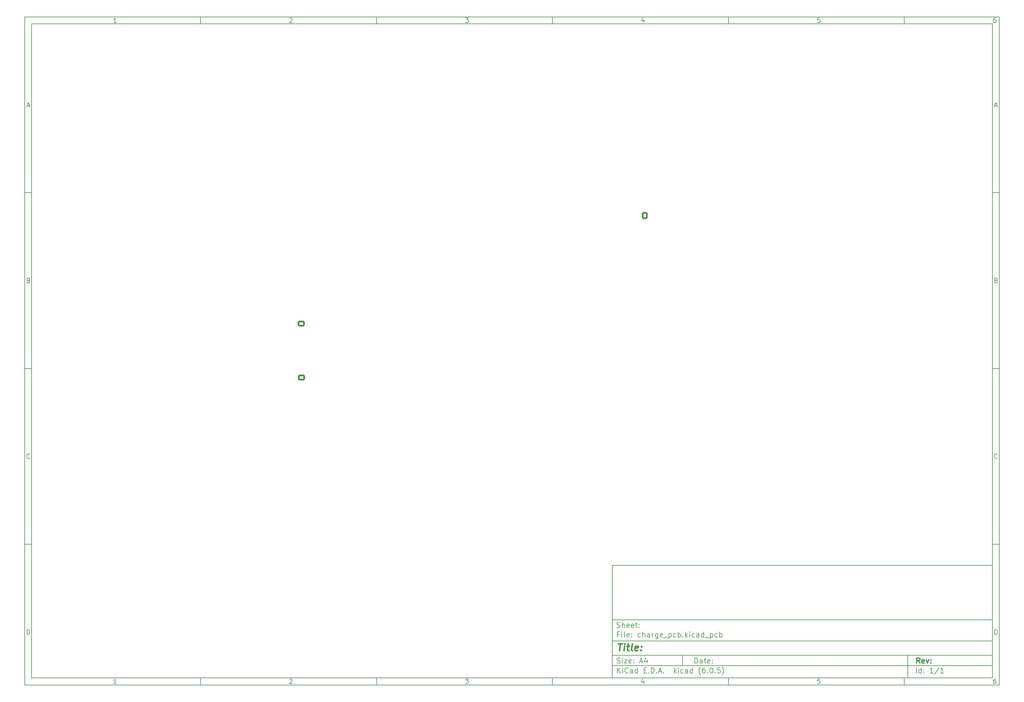
<source format=gbo>
G04 #@! TF.GenerationSoftware,KiCad,Pcbnew,(6.0.5)*
G04 #@! TF.CreationDate,2024-02-08T20:36:08+01:00*
G04 #@! TF.ProjectId,charge_pcb,63686172-6765-45f7-9063-622e6b696361,rev?*
G04 #@! TF.SameCoordinates,Original*
G04 #@! TF.FileFunction,Legend,Bot*
G04 #@! TF.FilePolarity,Positive*
%FSLAX46Y46*%
G04 Gerber Fmt 4.6, Leading zero omitted, Abs format (unit mm)*
G04 Created by KiCad (PCBNEW (6.0.5)) date 2024-02-08 20:36:08*
%MOMM*%
%LPD*%
G01*
G04 APERTURE LIST*
G04 Aperture macros list*
%AMRoundRect*
0 Rectangle with rounded corners*
0 $1 Rounding radius*
0 $2 $3 $4 $5 $6 $7 $8 $9 X,Y pos of 4 corners*
0 Add a 4 corners polygon primitive as box body*
4,1,4,$2,$3,$4,$5,$6,$7,$8,$9,$2,$3,0*
0 Add four circle primitives for the rounded corners*
1,1,$1+$1,$2,$3*
1,1,$1+$1,$4,$5*
1,1,$1+$1,$6,$7*
1,1,$1+$1,$8,$9*
0 Add four rect primitives between the rounded corners*
20,1,$1+$1,$2,$3,$4,$5,0*
20,1,$1+$1,$4,$5,$6,$7,0*
20,1,$1+$1,$6,$7,$8,$9,0*
20,1,$1+$1,$8,$9,$2,$3,0*%
G04 Aperture macros list end*
%ADD10C,0.100000*%
%ADD11C,0.150000*%
%ADD12C,0.300000*%
%ADD13C,0.400000*%
%ADD14C,1.501140*%
%ADD15O,4.000500X2.499360*%
%ADD16C,3.200000*%
%ADD17R,2.540000X2.540000*%
%ADD18C,2.540000*%
%ADD19O,2.000000X2.000000*%
%ADD20R,2.000000X2.000000*%
%ADD21R,1.500000X1.500000*%
%ADD22C,1.500000*%
%ADD23C,1.600000*%
%ADD24O,1.600000X1.600000*%
%ADD25C,5.600000*%
%ADD26C,3.600000*%
%ADD27R,3.000000X3.000000*%
%ADD28C,3.000000*%
%ADD29O,1.905000X2.000000*%
%ADD30R,1.905000X2.000000*%
%ADD31RoundRect,0.250000X0.750000X-0.600000X0.750000X0.600000X-0.750000X0.600000X-0.750000X-0.600000X0*%
%ADD32O,2.000000X1.700000*%
%ADD33RoundRect,0.250000X-0.600000X-0.750000X0.600000X-0.750000X0.600000X0.750000X-0.600000X0.750000X0*%
%ADD34O,1.700000X2.000000*%
%ADD35O,3.000000X3.000000*%
%ADD36O,1.800000X2.000000*%
%ADD37R,1.800000X2.000000*%
%ADD38O,1.950000X1.700000*%
%ADD39RoundRect,0.250000X0.725000X-0.600000X0.725000X0.600000X-0.725000X0.600000X-0.725000X-0.600000X0*%
%ADD40O,1.700000X1.700000*%
%ADD41R,1.700000X1.700000*%
%ADD42R,1.800000X1.800000*%
%ADD43C,1.800000*%
%ADD44R,2.200000X2.200000*%
%ADD45O,2.200000X2.200000*%
G04 APERTURE END LIST*
D10*
D11*
X177002200Y-166007200D02*
X177002200Y-198007200D01*
X285002200Y-198007200D01*
X285002200Y-166007200D01*
X177002200Y-166007200D01*
D10*
D11*
X10000000Y-10000000D02*
X10000000Y-200007200D01*
X287002200Y-200007200D01*
X287002200Y-10000000D01*
X10000000Y-10000000D01*
D10*
D11*
X12000000Y-12000000D02*
X12000000Y-198007200D01*
X285002200Y-198007200D01*
X285002200Y-12000000D01*
X12000000Y-12000000D01*
D10*
D11*
X60000000Y-12000000D02*
X60000000Y-10000000D01*
D10*
D11*
X110000000Y-12000000D02*
X110000000Y-10000000D01*
D10*
D11*
X160000000Y-12000000D02*
X160000000Y-10000000D01*
D10*
D11*
X210000000Y-12000000D02*
X210000000Y-10000000D01*
D10*
D11*
X260000000Y-12000000D02*
X260000000Y-10000000D01*
D10*
D11*
X36065476Y-11588095D02*
X35322619Y-11588095D01*
X35694047Y-11588095D02*
X35694047Y-10288095D01*
X35570238Y-10473809D01*
X35446428Y-10597619D01*
X35322619Y-10659523D01*
D10*
D11*
X85322619Y-10411904D02*
X85384523Y-10350000D01*
X85508333Y-10288095D01*
X85817857Y-10288095D01*
X85941666Y-10350000D01*
X86003571Y-10411904D01*
X86065476Y-10535714D01*
X86065476Y-10659523D01*
X86003571Y-10845238D01*
X85260714Y-11588095D01*
X86065476Y-11588095D01*
D10*
D11*
X135260714Y-10288095D02*
X136065476Y-10288095D01*
X135632142Y-10783333D01*
X135817857Y-10783333D01*
X135941666Y-10845238D01*
X136003571Y-10907142D01*
X136065476Y-11030952D01*
X136065476Y-11340476D01*
X136003571Y-11464285D01*
X135941666Y-11526190D01*
X135817857Y-11588095D01*
X135446428Y-11588095D01*
X135322619Y-11526190D01*
X135260714Y-11464285D01*
D10*
D11*
X185941666Y-10721428D02*
X185941666Y-11588095D01*
X185632142Y-10226190D02*
X185322619Y-11154761D01*
X186127380Y-11154761D01*
D10*
D11*
X236003571Y-10288095D02*
X235384523Y-10288095D01*
X235322619Y-10907142D01*
X235384523Y-10845238D01*
X235508333Y-10783333D01*
X235817857Y-10783333D01*
X235941666Y-10845238D01*
X236003571Y-10907142D01*
X236065476Y-11030952D01*
X236065476Y-11340476D01*
X236003571Y-11464285D01*
X235941666Y-11526190D01*
X235817857Y-11588095D01*
X235508333Y-11588095D01*
X235384523Y-11526190D01*
X235322619Y-11464285D01*
D10*
D11*
X285941666Y-10288095D02*
X285694047Y-10288095D01*
X285570238Y-10350000D01*
X285508333Y-10411904D01*
X285384523Y-10597619D01*
X285322619Y-10845238D01*
X285322619Y-11340476D01*
X285384523Y-11464285D01*
X285446428Y-11526190D01*
X285570238Y-11588095D01*
X285817857Y-11588095D01*
X285941666Y-11526190D01*
X286003571Y-11464285D01*
X286065476Y-11340476D01*
X286065476Y-11030952D01*
X286003571Y-10907142D01*
X285941666Y-10845238D01*
X285817857Y-10783333D01*
X285570238Y-10783333D01*
X285446428Y-10845238D01*
X285384523Y-10907142D01*
X285322619Y-11030952D01*
D10*
D11*
X60000000Y-198007200D02*
X60000000Y-200007200D01*
D10*
D11*
X110000000Y-198007200D02*
X110000000Y-200007200D01*
D10*
D11*
X160000000Y-198007200D02*
X160000000Y-200007200D01*
D10*
D11*
X210000000Y-198007200D02*
X210000000Y-200007200D01*
D10*
D11*
X260000000Y-198007200D02*
X260000000Y-200007200D01*
D10*
D11*
X36065476Y-199595295D02*
X35322619Y-199595295D01*
X35694047Y-199595295D02*
X35694047Y-198295295D01*
X35570238Y-198481009D01*
X35446428Y-198604819D01*
X35322619Y-198666723D01*
D10*
D11*
X85322619Y-198419104D02*
X85384523Y-198357200D01*
X85508333Y-198295295D01*
X85817857Y-198295295D01*
X85941666Y-198357200D01*
X86003571Y-198419104D01*
X86065476Y-198542914D01*
X86065476Y-198666723D01*
X86003571Y-198852438D01*
X85260714Y-199595295D01*
X86065476Y-199595295D01*
D10*
D11*
X135260714Y-198295295D02*
X136065476Y-198295295D01*
X135632142Y-198790533D01*
X135817857Y-198790533D01*
X135941666Y-198852438D01*
X136003571Y-198914342D01*
X136065476Y-199038152D01*
X136065476Y-199347676D01*
X136003571Y-199471485D01*
X135941666Y-199533390D01*
X135817857Y-199595295D01*
X135446428Y-199595295D01*
X135322619Y-199533390D01*
X135260714Y-199471485D01*
D10*
D11*
X185941666Y-198728628D02*
X185941666Y-199595295D01*
X185632142Y-198233390D02*
X185322619Y-199161961D01*
X186127380Y-199161961D01*
D10*
D11*
X236003571Y-198295295D02*
X235384523Y-198295295D01*
X235322619Y-198914342D01*
X235384523Y-198852438D01*
X235508333Y-198790533D01*
X235817857Y-198790533D01*
X235941666Y-198852438D01*
X236003571Y-198914342D01*
X236065476Y-199038152D01*
X236065476Y-199347676D01*
X236003571Y-199471485D01*
X235941666Y-199533390D01*
X235817857Y-199595295D01*
X235508333Y-199595295D01*
X235384523Y-199533390D01*
X235322619Y-199471485D01*
D10*
D11*
X285941666Y-198295295D02*
X285694047Y-198295295D01*
X285570238Y-198357200D01*
X285508333Y-198419104D01*
X285384523Y-198604819D01*
X285322619Y-198852438D01*
X285322619Y-199347676D01*
X285384523Y-199471485D01*
X285446428Y-199533390D01*
X285570238Y-199595295D01*
X285817857Y-199595295D01*
X285941666Y-199533390D01*
X286003571Y-199471485D01*
X286065476Y-199347676D01*
X286065476Y-199038152D01*
X286003571Y-198914342D01*
X285941666Y-198852438D01*
X285817857Y-198790533D01*
X285570238Y-198790533D01*
X285446428Y-198852438D01*
X285384523Y-198914342D01*
X285322619Y-199038152D01*
D10*
D11*
X10000000Y-60000000D02*
X12000000Y-60000000D01*
D10*
D11*
X10000000Y-110000000D02*
X12000000Y-110000000D01*
D10*
D11*
X10000000Y-160000000D02*
X12000000Y-160000000D01*
D10*
D11*
X10690476Y-35216666D02*
X11309523Y-35216666D01*
X10566666Y-35588095D02*
X11000000Y-34288095D01*
X11433333Y-35588095D01*
D10*
D11*
X11092857Y-84907142D02*
X11278571Y-84969047D01*
X11340476Y-85030952D01*
X11402380Y-85154761D01*
X11402380Y-85340476D01*
X11340476Y-85464285D01*
X11278571Y-85526190D01*
X11154761Y-85588095D01*
X10659523Y-85588095D01*
X10659523Y-84288095D01*
X11092857Y-84288095D01*
X11216666Y-84350000D01*
X11278571Y-84411904D01*
X11340476Y-84535714D01*
X11340476Y-84659523D01*
X11278571Y-84783333D01*
X11216666Y-84845238D01*
X11092857Y-84907142D01*
X10659523Y-84907142D01*
D10*
D11*
X11402380Y-135464285D02*
X11340476Y-135526190D01*
X11154761Y-135588095D01*
X11030952Y-135588095D01*
X10845238Y-135526190D01*
X10721428Y-135402380D01*
X10659523Y-135278571D01*
X10597619Y-135030952D01*
X10597619Y-134845238D01*
X10659523Y-134597619D01*
X10721428Y-134473809D01*
X10845238Y-134350000D01*
X11030952Y-134288095D01*
X11154761Y-134288095D01*
X11340476Y-134350000D01*
X11402380Y-134411904D01*
D10*
D11*
X10659523Y-185588095D02*
X10659523Y-184288095D01*
X10969047Y-184288095D01*
X11154761Y-184350000D01*
X11278571Y-184473809D01*
X11340476Y-184597619D01*
X11402380Y-184845238D01*
X11402380Y-185030952D01*
X11340476Y-185278571D01*
X11278571Y-185402380D01*
X11154761Y-185526190D01*
X10969047Y-185588095D01*
X10659523Y-185588095D01*
D10*
D11*
X287002200Y-60000000D02*
X285002200Y-60000000D01*
D10*
D11*
X287002200Y-110000000D02*
X285002200Y-110000000D01*
D10*
D11*
X287002200Y-160000000D02*
X285002200Y-160000000D01*
D10*
D11*
X285692676Y-35216666D02*
X286311723Y-35216666D01*
X285568866Y-35588095D02*
X286002200Y-34288095D01*
X286435533Y-35588095D01*
D10*
D11*
X286095057Y-84907142D02*
X286280771Y-84969047D01*
X286342676Y-85030952D01*
X286404580Y-85154761D01*
X286404580Y-85340476D01*
X286342676Y-85464285D01*
X286280771Y-85526190D01*
X286156961Y-85588095D01*
X285661723Y-85588095D01*
X285661723Y-84288095D01*
X286095057Y-84288095D01*
X286218866Y-84350000D01*
X286280771Y-84411904D01*
X286342676Y-84535714D01*
X286342676Y-84659523D01*
X286280771Y-84783333D01*
X286218866Y-84845238D01*
X286095057Y-84907142D01*
X285661723Y-84907142D01*
D10*
D11*
X286404580Y-135464285D02*
X286342676Y-135526190D01*
X286156961Y-135588095D01*
X286033152Y-135588095D01*
X285847438Y-135526190D01*
X285723628Y-135402380D01*
X285661723Y-135278571D01*
X285599819Y-135030952D01*
X285599819Y-134845238D01*
X285661723Y-134597619D01*
X285723628Y-134473809D01*
X285847438Y-134350000D01*
X286033152Y-134288095D01*
X286156961Y-134288095D01*
X286342676Y-134350000D01*
X286404580Y-134411904D01*
D10*
D11*
X285661723Y-185588095D02*
X285661723Y-184288095D01*
X285971247Y-184288095D01*
X286156961Y-184350000D01*
X286280771Y-184473809D01*
X286342676Y-184597619D01*
X286404580Y-184845238D01*
X286404580Y-185030952D01*
X286342676Y-185278571D01*
X286280771Y-185402380D01*
X286156961Y-185526190D01*
X285971247Y-185588095D01*
X285661723Y-185588095D01*
D10*
D11*
X200434342Y-193785771D02*
X200434342Y-192285771D01*
X200791485Y-192285771D01*
X201005771Y-192357200D01*
X201148628Y-192500057D01*
X201220057Y-192642914D01*
X201291485Y-192928628D01*
X201291485Y-193142914D01*
X201220057Y-193428628D01*
X201148628Y-193571485D01*
X201005771Y-193714342D01*
X200791485Y-193785771D01*
X200434342Y-193785771D01*
X202577200Y-193785771D02*
X202577200Y-193000057D01*
X202505771Y-192857200D01*
X202362914Y-192785771D01*
X202077200Y-192785771D01*
X201934342Y-192857200D01*
X202577200Y-193714342D02*
X202434342Y-193785771D01*
X202077200Y-193785771D01*
X201934342Y-193714342D01*
X201862914Y-193571485D01*
X201862914Y-193428628D01*
X201934342Y-193285771D01*
X202077200Y-193214342D01*
X202434342Y-193214342D01*
X202577200Y-193142914D01*
X203077200Y-192785771D02*
X203648628Y-192785771D01*
X203291485Y-192285771D02*
X203291485Y-193571485D01*
X203362914Y-193714342D01*
X203505771Y-193785771D01*
X203648628Y-193785771D01*
X204720057Y-193714342D02*
X204577200Y-193785771D01*
X204291485Y-193785771D01*
X204148628Y-193714342D01*
X204077200Y-193571485D01*
X204077200Y-193000057D01*
X204148628Y-192857200D01*
X204291485Y-192785771D01*
X204577200Y-192785771D01*
X204720057Y-192857200D01*
X204791485Y-193000057D01*
X204791485Y-193142914D01*
X204077200Y-193285771D01*
X205434342Y-193642914D02*
X205505771Y-193714342D01*
X205434342Y-193785771D01*
X205362914Y-193714342D01*
X205434342Y-193642914D01*
X205434342Y-193785771D01*
X205434342Y-192857200D02*
X205505771Y-192928628D01*
X205434342Y-193000057D01*
X205362914Y-192928628D01*
X205434342Y-192857200D01*
X205434342Y-193000057D01*
D10*
D11*
X177002200Y-194507200D02*
X285002200Y-194507200D01*
D10*
D11*
X178434342Y-196585771D02*
X178434342Y-195085771D01*
X179291485Y-196585771D02*
X178648628Y-195728628D01*
X179291485Y-195085771D02*
X178434342Y-195942914D01*
X179934342Y-196585771D02*
X179934342Y-195585771D01*
X179934342Y-195085771D02*
X179862914Y-195157200D01*
X179934342Y-195228628D01*
X180005771Y-195157200D01*
X179934342Y-195085771D01*
X179934342Y-195228628D01*
X181505771Y-196442914D02*
X181434342Y-196514342D01*
X181220057Y-196585771D01*
X181077200Y-196585771D01*
X180862914Y-196514342D01*
X180720057Y-196371485D01*
X180648628Y-196228628D01*
X180577200Y-195942914D01*
X180577200Y-195728628D01*
X180648628Y-195442914D01*
X180720057Y-195300057D01*
X180862914Y-195157200D01*
X181077200Y-195085771D01*
X181220057Y-195085771D01*
X181434342Y-195157200D01*
X181505771Y-195228628D01*
X182791485Y-196585771D02*
X182791485Y-195800057D01*
X182720057Y-195657200D01*
X182577200Y-195585771D01*
X182291485Y-195585771D01*
X182148628Y-195657200D01*
X182791485Y-196514342D02*
X182648628Y-196585771D01*
X182291485Y-196585771D01*
X182148628Y-196514342D01*
X182077200Y-196371485D01*
X182077200Y-196228628D01*
X182148628Y-196085771D01*
X182291485Y-196014342D01*
X182648628Y-196014342D01*
X182791485Y-195942914D01*
X184148628Y-196585771D02*
X184148628Y-195085771D01*
X184148628Y-196514342D02*
X184005771Y-196585771D01*
X183720057Y-196585771D01*
X183577200Y-196514342D01*
X183505771Y-196442914D01*
X183434342Y-196300057D01*
X183434342Y-195871485D01*
X183505771Y-195728628D01*
X183577200Y-195657200D01*
X183720057Y-195585771D01*
X184005771Y-195585771D01*
X184148628Y-195657200D01*
X186005771Y-195800057D02*
X186505771Y-195800057D01*
X186720057Y-196585771D02*
X186005771Y-196585771D01*
X186005771Y-195085771D01*
X186720057Y-195085771D01*
X187362914Y-196442914D02*
X187434342Y-196514342D01*
X187362914Y-196585771D01*
X187291485Y-196514342D01*
X187362914Y-196442914D01*
X187362914Y-196585771D01*
X188077200Y-196585771D02*
X188077200Y-195085771D01*
X188434342Y-195085771D01*
X188648628Y-195157200D01*
X188791485Y-195300057D01*
X188862914Y-195442914D01*
X188934342Y-195728628D01*
X188934342Y-195942914D01*
X188862914Y-196228628D01*
X188791485Y-196371485D01*
X188648628Y-196514342D01*
X188434342Y-196585771D01*
X188077200Y-196585771D01*
X189577200Y-196442914D02*
X189648628Y-196514342D01*
X189577200Y-196585771D01*
X189505771Y-196514342D01*
X189577200Y-196442914D01*
X189577200Y-196585771D01*
X190220057Y-196157200D02*
X190934342Y-196157200D01*
X190077200Y-196585771D02*
X190577200Y-195085771D01*
X191077200Y-196585771D01*
X191577200Y-196442914D02*
X191648628Y-196514342D01*
X191577200Y-196585771D01*
X191505771Y-196514342D01*
X191577200Y-196442914D01*
X191577200Y-196585771D01*
X194577200Y-196585771D02*
X194577200Y-195085771D01*
X194720057Y-196014342D02*
X195148628Y-196585771D01*
X195148628Y-195585771D02*
X194577200Y-196157200D01*
X195791485Y-196585771D02*
X195791485Y-195585771D01*
X195791485Y-195085771D02*
X195720057Y-195157200D01*
X195791485Y-195228628D01*
X195862914Y-195157200D01*
X195791485Y-195085771D01*
X195791485Y-195228628D01*
X197148628Y-196514342D02*
X197005771Y-196585771D01*
X196720057Y-196585771D01*
X196577200Y-196514342D01*
X196505771Y-196442914D01*
X196434342Y-196300057D01*
X196434342Y-195871485D01*
X196505771Y-195728628D01*
X196577200Y-195657200D01*
X196720057Y-195585771D01*
X197005771Y-195585771D01*
X197148628Y-195657200D01*
X198434342Y-196585771D02*
X198434342Y-195800057D01*
X198362914Y-195657200D01*
X198220057Y-195585771D01*
X197934342Y-195585771D01*
X197791485Y-195657200D01*
X198434342Y-196514342D02*
X198291485Y-196585771D01*
X197934342Y-196585771D01*
X197791485Y-196514342D01*
X197720057Y-196371485D01*
X197720057Y-196228628D01*
X197791485Y-196085771D01*
X197934342Y-196014342D01*
X198291485Y-196014342D01*
X198434342Y-195942914D01*
X199791485Y-196585771D02*
X199791485Y-195085771D01*
X199791485Y-196514342D02*
X199648628Y-196585771D01*
X199362914Y-196585771D01*
X199220057Y-196514342D01*
X199148628Y-196442914D01*
X199077200Y-196300057D01*
X199077200Y-195871485D01*
X199148628Y-195728628D01*
X199220057Y-195657200D01*
X199362914Y-195585771D01*
X199648628Y-195585771D01*
X199791485Y-195657200D01*
X202077200Y-197157200D02*
X202005771Y-197085771D01*
X201862914Y-196871485D01*
X201791485Y-196728628D01*
X201720057Y-196514342D01*
X201648628Y-196157200D01*
X201648628Y-195871485D01*
X201720057Y-195514342D01*
X201791485Y-195300057D01*
X201862914Y-195157200D01*
X202005771Y-194942914D01*
X202077200Y-194871485D01*
X203291485Y-195085771D02*
X203005771Y-195085771D01*
X202862914Y-195157200D01*
X202791485Y-195228628D01*
X202648628Y-195442914D01*
X202577200Y-195728628D01*
X202577200Y-196300057D01*
X202648628Y-196442914D01*
X202720057Y-196514342D01*
X202862914Y-196585771D01*
X203148628Y-196585771D01*
X203291485Y-196514342D01*
X203362914Y-196442914D01*
X203434342Y-196300057D01*
X203434342Y-195942914D01*
X203362914Y-195800057D01*
X203291485Y-195728628D01*
X203148628Y-195657200D01*
X202862914Y-195657200D01*
X202720057Y-195728628D01*
X202648628Y-195800057D01*
X202577200Y-195942914D01*
X204077200Y-196442914D02*
X204148628Y-196514342D01*
X204077200Y-196585771D01*
X204005771Y-196514342D01*
X204077200Y-196442914D01*
X204077200Y-196585771D01*
X205077200Y-195085771D02*
X205220057Y-195085771D01*
X205362914Y-195157200D01*
X205434342Y-195228628D01*
X205505771Y-195371485D01*
X205577200Y-195657200D01*
X205577200Y-196014342D01*
X205505771Y-196300057D01*
X205434342Y-196442914D01*
X205362914Y-196514342D01*
X205220057Y-196585771D01*
X205077200Y-196585771D01*
X204934342Y-196514342D01*
X204862914Y-196442914D01*
X204791485Y-196300057D01*
X204720057Y-196014342D01*
X204720057Y-195657200D01*
X204791485Y-195371485D01*
X204862914Y-195228628D01*
X204934342Y-195157200D01*
X205077200Y-195085771D01*
X206220057Y-196442914D02*
X206291485Y-196514342D01*
X206220057Y-196585771D01*
X206148628Y-196514342D01*
X206220057Y-196442914D01*
X206220057Y-196585771D01*
X207648628Y-195085771D02*
X206934342Y-195085771D01*
X206862914Y-195800057D01*
X206934342Y-195728628D01*
X207077200Y-195657200D01*
X207434342Y-195657200D01*
X207577200Y-195728628D01*
X207648628Y-195800057D01*
X207720057Y-195942914D01*
X207720057Y-196300057D01*
X207648628Y-196442914D01*
X207577200Y-196514342D01*
X207434342Y-196585771D01*
X207077200Y-196585771D01*
X206934342Y-196514342D01*
X206862914Y-196442914D01*
X208220057Y-197157200D02*
X208291485Y-197085771D01*
X208434342Y-196871485D01*
X208505771Y-196728628D01*
X208577200Y-196514342D01*
X208648628Y-196157200D01*
X208648628Y-195871485D01*
X208577200Y-195514342D01*
X208505771Y-195300057D01*
X208434342Y-195157200D01*
X208291485Y-194942914D01*
X208220057Y-194871485D01*
D10*
D11*
X177002200Y-191507200D02*
X285002200Y-191507200D01*
D10*
D12*
X264411485Y-193785771D02*
X263911485Y-193071485D01*
X263554342Y-193785771D02*
X263554342Y-192285771D01*
X264125771Y-192285771D01*
X264268628Y-192357200D01*
X264340057Y-192428628D01*
X264411485Y-192571485D01*
X264411485Y-192785771D01*
X264340057Y-192928628D01*
X264268628Y-193000057D01*
X264125771Y-193071485D01*
X263554342Y-193071485D01*
X265625771Y-193714342D02*
X265482914Y-193785771D01*
X265197200Y-193785771D01*
X265054342Y-193714342D01*
X264982914Y-193571485D01*
X264982914Y-193000057D01*
X265054342Y-192857200D01*
X265197200Y-192785771D01*
X265482914Y-192785771D01*
X265625771Y-192857200D01*
X265697200Y-193000057D01*
X265697200Y-193142914D01*
X264982914Y-193285771D01*
X266197200Y-192785771D02*
X266554342Y-193785771D01*
X266911485Y-192785771D01*
X267482914Y-193642914D02*
X267554342Y-193714342D01*
X267482914Y-193785771D01*
X267411485Y-193714342D01*
X267482914Y-193642914D01*
X267482914Y-193785771D01*
X267482914Y-192857200D02*
X267554342Y-192928628D01*
X267482914Y-193000057D01*
X267411485Y-192928628D01*
X267482914Y-192857200D01*
X267482914Y-193000057D01*
D10*
D11*
X178362914Y-193714342D02*
X178577200Y-193785771D01*
X178934342Y-193785771D01*
X179077200Y-193714342D01*
X179148628Y-193642914D01*
X179220057Y-193500057D01*
X179220057Y-193357200D01*
X179148628Y-193214342D01*
X179077200Y-193142914D01*
X178934342Y-193071485D01*
X178648628Y-193000057D01*
X178505771Y-192928628D01*
X178434342Y-192857200D01*
X178362914Y-192714342D01*
X178362914Y-192571485D01*
X178434342Y-192428628D01*
X178505771Y-192357200D01*
X178648628Y-192285771D01*
X179005771Y-192285771D01*
X179220057Y-192357200D01*
X179862914Y-193785771D02*
X179862914Y-192785771D01*
X179862914Y-192285771D02*
X179791485Y-192357200D01*
X179862914Y-192428628D01*
X179934342Y-192357200D01*
X179862914Y-192285771D01*
X179862914Y-192428628D01*
X180434342Y-192785771D02*
X181220057Y-192785771D01*
X180434342Y-193785771D01*
X181220057Y-193785771D01*
X182362914Y-193714342D02*
X182220057Y-193785771D01*
X181934342Y-193785771D01*
X181791485Y-193714342D01*
X181720057Y-193571485D01*
X181720057Y-193000057D01*
X181791485Y-192857200D01*
X181934342Y-192785771D01*
X182220057Y-192785771D01*
X182362914Y-192857200D01*
X182434342Y-193000057D01*
X182434342Y-193142914D01*
X181720057Y-193285771D01*
X183077200Y-193642914D02*
X183148628Y-193714342D01*
X183077200Y-193785771D01*
X183005771Y-193714342D01*
X183077200Y-193642914D01*
X183077200Y-193785771D01*
X183077200Y-192857200D02*
X183148628Y-192928628D01*
X183077200Y-193000057D01*
X183005771Y-192928628D01*
X183077200Y-192857200D01*
X183077200Y-193000057D01*
X184862914Y-193357200D02*
X185577200Y-193357200D01*
X184720057Y-193785771D02*
X185220057Y-192285771D01*
X185720057Y-193785771D01*
X186862914Y-192785771D02*
X186862914Y-193785771D01*
X186505771Y-192214342D02*
X186148628Y-193285771D01*
X187077200Y-193285771D01*
D10*
D11*
X263434342Y-196585771D02*
X263434342Y-195085771D01*
X264791485Y-196585771D02*
X264791485Y-195085771D01*
X264791485Y-196514342D02*
X264648628Y-196585771D01*
X264362914Y-196585771D01*
X264220057Y-196514342D01*
X264148628Y-196442914D01*
X264077200Y-196300057D01*
X264077200Y-195871485D01*
X264148628Y-195728628D01*
X264220057Y-195657200D01*
X264362914Y-195585771D01*
X264648628Y-195585771D01*
X264791485Y-195657200D01*
X265505771Y-196442914D02*
X265577200Y-196514342D01*
X265505771Y-196585771D01*
X265434342Y-196514342D01*
X265505771Y-196442914D01*
X265505771Y-196585771D01*
X265505771Y-195657200D02*
X265577200Y-195728628D01*
X265505771Y-195800057D01*
X265434342Y-195728628D01*
X265505771Y-195657200D01*
X265505771Y-195800057D01*
X268148628Y-196585771D02*
X267291485Y-196585771D01*
X267720057Y-196585771D02*
X267720057Y-195085771D01*
X267577200Y-195300057D01*
X267434342Y-195442914D01*
X267291485Y-195514342D01*
X269862914Y-195014342D02*
X268577200Y-196942914D01*
X271148628Y-196585771D02*
X270291485Y-196585771D01*
X270720057Y-196585771D02*
X270720057Y-195085771D01*
X270577200Y-195300057D01*
X270434342Y-195442914D01*
X270291485Y-195514342D01*
D10*
D11*
X177002200Y-187507200D02*
X285002200Y-187507200D01*
D10*
D13*
X178714580Y-188211961D02*
X179857438Y-188211961D01*
X179036009Y-190211961D02*
X179286009Y-188211961D01*
X180274104Y-190211961D02*
X180440771Y-188878628D01*
X180524104Y-188211961D02*
X180416961Y-188307200D01*
X180500295Y-188402438D01*
X180607438Y-188307200D01*
X180524104Y-188211961D01*
X180500295Y-188402438D01*
X181107438Y-188878628D02*
X181869342Y-188878628D01*
X181476485Y-188211961D02*
X181262200Y-189926247D01*
X181333628Y-190116723D01*
X181512200Y-190211961D01*
X181702676Y-190211961D01*
X182655057Y-190211961D02*
X182476485Y-190116723D01*
X182405057Y-189926247D01*
X182619342Y-188211961D01*
X184190771Y-190116723D02*
X183988390Y-190211961D01*
X183607438Y-190211961D01*
X183428866Y-190116723D01*
X183357438Y-189926247D01*
X183452676Y-189164342D01*
X183571723Y-188973866D01*
X183774104Y-188878628D01*
X184155057Y-188878628D01*
X184333628Y-188973866D01*
X184405057Y-189164342D01*
X184381247Y-189354819D01*
X183405057Y-189545295D01*
X185155057Y-190021485D02*
X185238390Y-190116723D01*
X185131247Y-190211961D01*
X185047914Y-190116723D01*
X185155057Y-190021485D01*
X185131247Y-190211961D01*
X185286009Y-188973866D02*
X185369342Y-189069104D01*
X185262200Y-189164342D01*
X185178866Y-189069104D01*
X185286009Y-188973866D01*
X185262200Y-189164342D01*
D10*
D11*
X178934342Y-185600057D02*
X178434342Y-185600057D01*
X178434342Y-186385771D02*
X178434342Y-184885771D01*
X179148628Y-184885771D01*
X179720057Y-186385771D02*
X179720057Y-185385771D01*
X179720057Y-184885771D02*
X179648628Y-184957200D01*
X179720057Y-185028628D01*
X179791485Y-184957200D01*
X179720057Y-184885771D01*
X179720057Y-185028628D01*
X180648628Y-186385771D02*
X180505771Y-186314342D01*
X180434342Y-186171485D01*
X180434342Y-184885771D01*
X181791485Y-186314342D02*
X181648628Y-186385771D01*
X181362914Y-186385771D01*
X181220057Y-186314342D01*
X181148628Y-186171485D01*
X181148628Y-185600057D01*
X181220057Y-185457200D01*
X181362914Y-185385771D01*
X181648628Y-185385771D01*
X181791485Y-185457200D01*
X181862914Y-185600057D01*
X181862914Y-185742914D01*
X181148628Y-185885771D01*
X182505771Y-186242914D02*
X182577200Y-186314342D01*
X182505771Y-186385771D01*
X182434342Y-186314342D01*
X182505771Y-186242914D01*
X182505771Y-186385771D01*
X182505771Y-185457200D02*
X182577200Y-185528628D01*
X182505771Y-185600057D01*
X182434342Y-185528628D01*
X182505771Y-185457200D01*
X182505771Y-185600057D01*
X185005771Y-186314342D02*
X184862914Y-186385771D01*
X184577200Y-186385771D01*
X184434342Y-186314342D01*
X184362914Y-186242914D01*
X184291485Y-186100057D01*
X184291485Y-185671485D01*
X184362914Y-185528628D01*
X184434342Y-185457200D01*
X184577200Y-185385771D01*
X184862914Y-185385771D01*
X185005771Y-185457200D01*
X185648628Y-186385771D02*
X185648628Y-184885771D01*
X186291485Y-186385771D02*
X186291485Y-185600057D01*
X186220057Y-185457200D01*
X186077200Y-185385771D01*
X185862914Y-185385771D01*
X185720057Y-185457200D01*
X185648628Y-185528628D01*
X187648628Y-186385771D02*
X187648628Y-185600057D01*
X187577200Y-185457200D01*
X187434342Y-185385771D01*
X187148628Y-185385771D01*
X187005771Y-185457200D01*
X187648628Y-186314342D02*
X187505771Y-186385771D01*
X187148628Y-186385771D01*
X187005771Y-186314342D01*
X186934342Y-186171485D01*
X186934342Y-186028628D01*
X187005771Y-185885771D01*
X187148628Y-185814342D01*
X187505771Y-185814342D01*
X187648628Y-185742914D01*
X188362914Y-186385771D02*
X188362914Y-185385771D01*
X188362914Y-185671485D02*
X188434342Y-185528628D01*
X188505771Y-185457200D01*
X188648628Y-185385771D01*
X188791485Y-185385771D01*
X189934342Y-185385771D02*
X189934342Y-186600057D01*
X189862914Y-186742914D01*
X189791485Y-186814342D01*
X189648628Y-186885771D01*
X189434342Y-186885771D01*
X189291485Y-186814342D01*
X189934342Y-186314342D02*
X189791485Y-186385771D01*
X189505771Y-186385771D01*
X189362914Y-186314342D01*
X189291485Y-186242914D01*
X189220057Y-186100057D01*
X189220057Y-185671485D01*
X189291485Y-185528628D01*
X189362914Y-185457200D01*
X189505771Y-185385771D01*
X189791485Y-185385771D01*
X189934342Y-185457200D01*
X191220057Y-186314342D02*
X191077200Y-186385771D01*
X190791485Y-186385771D01*
X190648628Y-186314342D01*
X190577200Y-186171485D01*
X190577200Y-185600057D01*
X190648628Y-185457200D01*
X190791485Y-185385771D01*
X191077200Y-185385771D01*
X191220057Y-185457200D01*
X191291485Y-185600057D01*
X191291485Y-185742914D01*
X190577200Y-185885771D01*
X191577200Y-186528628D02*
X192720057Y-186528628D01*
X193077200Y-185385771D02*
X193077200Y-186885771D01*
X193077200Y-185457200D02*
X193220057Y-185385771D01*
X193505771Y-185385771D01*
X193648628Y-185457200D01*
X193720057Y-185528628D01*
X193791485Y-185671485D01*
X193791485Y-186100057D01*
X193720057Y-186242914D01*
X193648628Y-186314342D01*
X193505771Y-186385771D01*
X193220057Y-186385771D01*
X193077200Y-186314342D01*
X195077200Y-186314342D02*
X194934342Y-186385771D01*
X194648628Y-186385771D01*
X194505771Y-186314342D01*
X194434342Y-186242914D01*
X194362914Y-186100057D01*
X194362914Y-185671485D01*
X194434342Y-185528628D01*
X194505771Y-185457200D01*
X194648628Y-185385771D01*
X194934342Y-185385771D01*
X195077200Y-185457200D01*
X195720057Y-186385771D02*
X195720057Y-184885771D01*
X195720057Y-185457200D02*
X195862914Y-185385771D01*
X196148628Y-185385771D01*
X196291485Y-185457200D01*
X196362914Y-185528628D01*
X196434342Y-185671485D01*
X196434342Y-186100057D01*
X196362914Y-186242914D01*
X196291485Y-186314342D01*
X196148628Y-186385771D01*
X195862914Y-186385771D01*
X195720057Y-186314342D01*
X197077200Y-186242914D02*
X197148628Y-186314342D01*
X197077200Y-186385771D01*
X197005771Y-186314342D01*
X197077200Y-186242914D01*
X197077200Y-186385771D01*
X197791485Y-186385771D02*
X197791485Y-184885771D01*
X197934342Y-185814342D02*
X198362914Y-186385771D01*
X198362914Y-185385771D02*
X197791485Y-185957200D01*
X199005771Y-186385771D02*
X199005771Y-185385771D01*
X199005771Y-184885771D02*
X198934342Y-184957200D01*
X199005771Y-185028628D01*
X199077200Y-184957200D01*
X199005771Y-184885771D01*
X199005771Y-185028628D01*
X200362914Y-186314342D02*
X200220057Y-186385771D01*
X199934342Y-186385771D01*
X199791485Y-186314342D01*
X199720057Y-186242914D01*
X199648628Y-186100057D01*
X199648628Y-185671485D01*
X199720057Y-185528628D01*
X199791485Y-185457200D01*
X199934342Y-185385771D01*
X200220057Y-185385771D01*
X200362914Y-185457200D01*
X201648628Y-186385771D02*
X201648628Y-185600057D01*
X201577200Y-185457200D01*
X201434342Y-185385771D01*
X201148628Y-185385771D01*
X201005771Y-185457200D01*
X201648628Y-186314342D02*
X201505771Y-186385771D01*
X201148628Y-186385771D01*
X201005771Y-186314342D01*
X200934342Y-186171485D01*
X200934342Y-186028628D01*
X201005771Y-185885771D01*
X201148628Y-185814342D01*
X201505771Y-185814342D01*
X201648628Y-185742914D01*
X203005771Y-186385771D02*
X203005771Y-184885771D01*
X203005771Y-186314342D02*
X202862914Y-186385771D01*
X202577200Y-186385771D01*
X202434342Y-186314342D01*
X202362914Y-186242914D01*
X202291485Y-186100057D01*
X202291485Y-185671485D01*
X202362914Y-185528628D01*
X202434342Y-185457200D01*
X202577200Y-185385771D01*
X202862914Y-185385771D01*
X203005771Y-185457200D01*
X203362914Y-186528628D02*
X204505771Y-186528628D01*
X204862914Y-185385771D02*
X204862914Y-186885771D01*
X204862914Y-185457200D02*
X205005771Y-185385771D01*
X205291485Y-185385771D01*
X205434342Y-185457200D01*
X205505771Y-185528628D01*
X205577200Y-185671485D01*
X205577200Y-186100057D01*
X205505771Y-186242914D01*
X205434342Y-186314342D01*
X205291485Y-186385771D01*
X205005771Y-186385771D01*
X204862914Y-186314342D01*
X206862914Y-186314342D02*
X206720057Y-186385771D01*
X206434342Y-186385771D01*
X206291485Y-186314342D01*
X206220057Y-186242914D01*
X206148628Y-186100057D01*
X206148628Y-185671485D01*
X206220057Y-185528628D01*
X206291485Y-185457200D01*
X206434342Y-185385771D01*
X206720057Y-185385771D01*
X206862914Y-185457200D01*
X207505771Y-186385771D02*
X207505771Y-184885771D01*
X207505771Y-185457200D02*
X207648628Y-185385771D01*
X207934342Y-185385771D01*
X208077200Y-185457200D01*
X208148628Y-185528628D01*
X208220057Y-185671485D01*
X208220057Y-186100057D01*
X208148628Y-186242914D01*
X208077200Y-186314342D01*
X207934342Y-186385771D01*
X207648628Y-186385771D01*
X207505771Y-186314342D01*
D10*
D11*
X177002200Y-181507200D02*
X285002200Y-181507200D01*
D10*
D11*
X178362914Y-183614342D02*
X178577200Y-183685771D01*
X178934342Y-183685771D01*
X179077200Y-183614342D01*
X179148628Y-183542914D01*
X179220057Y-183400057D01*
X179220057Y-183257200D01*
X179148628Y-183114342D01*
X179077200Y-183042914D01*
X178934342Y-182971485D01*
X178648628Y-182900057D01*
X178505771Y-182828628D01*
X178434342Y-182757200D01*
X178362914Y-182614342D01*
X178362914Y-182471485D01*
X178434342Y-182328628D01*
X178505771Y-182257200D01*
X178648628Y-182185771D01*
X179005771Y-182185771D01*
X179220057Y-182257200D01*
X179862914Y-183685771D02*
X179862914Y-182185771D01*
X180505771Y-183685771D02*
X180505771Y-182900057D01*
X180434342Y-182757200D01*
X180291485Y-182685771D01*
X180077200Y-182685771D01*
X179934342Y-182757200D01*
X179862914Y-182828628D01*
X181791485Y-183614342D02*
X181648628Y-183685771D01*
X181362914Y-183685771D01*
X181220057Y-183614342D01*
X181148628Y-183471485D01*
X181148628Y-182900057D01*
X181220057Y-182757200D01*
X181362914Y-182685771D01*
X181648628Y-182685771D01*
X181791485Y-182757200D01*
X181862914Y-182900057D01*
X181862914Y-183042914D01*
X181148628Y-183185771D01*
X183077200Y-183614342D02*
X182934342Y-183685771D01*
X182648628Y-183685771D01*
X182505771Y-183614342D01*
X182434342Y-183471485D01*
X182434342Y-182900057D01*
X182505771Y-182757200D01*
X182648628Y-182685771D01*
X182934342Y-182685771D01*
X183077200Y-182757200D01*
X183148628Y-182900057D01*
X183148628Y-183042914D01*
X182434342Y-183185771D01*
X183577200Y-182685771D02*
X184148628Y-182685771D01*
X183791485Y-182185771D02*
X183791485Y-183471485D01*
X183862914Y-183614342D01*
X184005771Y-183685771D01*
X184148628Y-183685771D01*
X184648628Y-183542914D02*
X184720057Y-183614342D01*
X184648628Y-183685771D01*
X184577200Y-183614342D01*
X184648628Y-183542914D01*
X184648628Y-183685771D01*
X184648628Y-182757200D02*
X184720057Y-182828628D01*
X184648628Y-182900057D01*
X184577200Y-182828628D01*
X184648628Y-182757200D01*
X184648628Y-182900057D01*
D10*
D12*
D10*
D11*
D10*
D11*
D10*
D11*
D10*
D11*
D10*
D11*
X197002200Y-191507200D02*
X197002200Y-194507200D01*
D10*
D11*
X261002200Y-191507200D02*
X261002200Y-198007200D01*
%LPC*%
D14*
X198120000Y-66548000D03*
X200660000Y-66548000D03*
D15*
X156639260Y-80010000D03*
X178640740Y-80010000D03*
D16*
X167640000Y-80010000D03*
D15*
X97203260Y-66548000D03*
X119204740Y-66548000D03*
D16*
X108204000Y-66548000D03*
D17*
X91694000Y-76708000D03*
D18*
X91694000Y-81788000D03*
D19*
X109545000Y-80264000D03*
D20*
X109545000Y-75184000D03*
D21*
X110490000Y-90170000D03*
D22*
X110490000Y-87570000D03*
X110490000Y-84970000D03*
X192846000Y-75305000D03*
X190246000Y-75305000D03*
D21*
X187646000Y-75305000D03*
D23*
X104902000Y-84836000D03*
D24*
X97282000Y-84836000D03*
X97282000Y-74676000D03*
D23*
X104902000Y-74676000D03*
X191262000Y-110744000D03*
D24*
X198882000Y-110744000D03*
D23*
X191262000Y-107188000D03*
D24*
X198882000Y-107188000D03*
D25*
X89289000Y-64897000D03*
D26*
X89289000Y-64897000D03*
D25*
X209169000Y-64897000D03*
D26*
X209169000Y-64897000D03*
X209296000Y-121666000D03*
D25*
X209296000Y-121666000D03*
D26*
X88550000Y-120780000D03*
D25*
X88550000Y-120780000D03*
D27*
X152116000Y-117644000D03*
D28*
X147036000Y-117644000D03*
D29*
X187960000Y-81788000D03*
X190500000Y-81788000D03*
D30*
X193040000Y-81788000D03*
D29*
X119634000Y-80843000D03*
X122174000Y-80843000D03*
D30*
X124714000Y-80843000D03*
D27*
X158242000Y-67818000D03*
D28*
X163322000Y-67818000D03*
D31*
X88629000Y-97262000D03*
D32*
X88629000Y-94762000D03*
D27*
X171450000Y-67818000D03*
D28*
X176530000Y-67818000D03*
D27*
X125626000Y-117898000D03*
D28*
X120546000Y-117898000D03*
D33*
X186202000Y-66531000D03*
D34*
X188702000Y-66531000D03*
D27*
X181102000Y-117856000D03*
D28*
X176022000Y-117856000D03*
D27*
X205232000Y-88900000D03*
D28*
X205232000Y-83820000D03*
D27*
X205232000Y-101600000D03*
D28*
X205232000Y-96520000D03*
D35*
X143891000Y-65151000D03*
X140081000Y-65151000D03*
D36*
X150876000Y-81026000D03*
X148336000Y-81026000D03*
X145796000Y-81026000D03*
X143256000Y-81026000D03*
X140716000Y-81026000D03*
X138176000Y-81026000D03*
X135636000Y-81026000D03*
D37*
X133096000Y-81026000D03*
X131318000Y-94234000D03*
D36*
X128778000Y-94234000D03*
X126238000Y-94234000D03*
X123698000Y-94234000D03*
X121158000Y-94234000D03*
X118618000Y-94234000D03*
X116078000Y-94234000D03*
X113538000Y-94234000D03*
D35*
X124333000Y-110109000D03*
X120523000Y-110109000D03*
D37*
X157734000Y-94234000D03*
D36*
X155194000Y-94234000D03*
X152654000Y-94234000D03*
X150114000Y-94234000D03*
X147574000Y-94234000D03*
X145034000Y-94234000D03*
X142494000Y-94234000D03*
X139954000Y-94234000D03*
D35*
X150749000Y-110109000D03*
X146939000Y-110109000D03*
D37*
X186690000Y-94488000D03*
D36*
X184150000Y-94488000D03*
X181610000Y-94488000D03*
X179070000Y-94488000D03*
X176530000Y-94488000D03*
X173990000Y-94488000D03*
X171450000Y-94488000D03*
X168910000Y-94488000D03*
D35*
X179705000Y-110363000D03*
X175895000Y-110363000D03*
D24*
X198882000Y-103632000D03*
D23*
X191262000Y-103632000D03*
D38*
X88646000Y-105022000D03*
X88646000Y-107522000D03*
X88646000Y-110022000D03*
D39*
X88646000Y-112522000D03*
D23*
X104902000Y-77978000D03*
D24*
X97282000Y-77978000D03*
D40*
X125476000Y-64770000D03*
D41*
X128016000Y-64770000D03*
D20*
X170617000Y-121158000D03*
D19*
X170617000Y-116078000D03*
D20*
X194889000Y-93218000D03*
D19*
X194889000Y-98298000D03*
D42*
X87879000Y-88138000D03*
D43*
X90419000Y-88138000D03*
D20*
X115141000Y-120946000D03*
D19*
X115141000Y-115866000D03*
D23*
X97282000Y-81280000D03*
D24*
X104902000Y-81280000D03*
D44*
X170688000Y-88900000D03*
D45*
X160528000Y-88900000D03*
D44*
X127508000Y-73914000D03*
D45*
X117348000Y-73914000D03*
D20*
X141631000Y-120946000D03*
D19*
X141631000Y-115866000D03*
M02*

</source>
